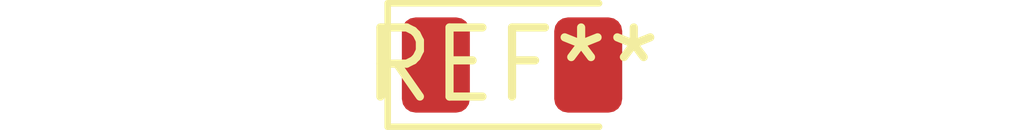
<source format=kicad_pcb>
(kicad_pcb (version 20240108) (generator pcbnew)
  (layers (0 "F.Cu" signal) (31 "B.Cu" signal) (34 "B.Paste" user) (35 "F.Paste" user) (36 "B.SilkS" user "B.Silkscreen") (37 "F.SilkS" user "F.Silkscreen") (38 "B.Mask" user) (39 "F.Mask" user) (44 "Edge.Cuts" user))
  (net 0 "")
  (footprint "D_1206_3216Metric" (layer "F.Cu") (at 0 0)
    (property "Reference" "REF**")
    (property "Value" "D_1206_3216Metric")
    (fp_line (start -2.285 -1.135) (end -2.285 1.135) (layer "F.SilkS") (stroke (width 0.12)))
    (fp_line (start -2.285 1.135) (end 1.6 1.135) (layer "F.SilkS") (stroke (width 0.12)))
    (fp_line (start 1.6 -1.135) (end -2.285 -1.135) (layer "F.SilkS") (stroke (width 0.12)))
    (pad "1" smd roundrect (at -1.4 0) (size 1.25 1.75) (layers "F.Cu" "F.Paste" "F.Mask") (roundrect_rratio 0.2))
    (pad "2" smd roundrect (at 1.4 0) (size 1.25 1.75) (layers "F.Cu" "F.Paste" "F.Mask") (roundrect_rratio 0.2))
  )
)
</source>
